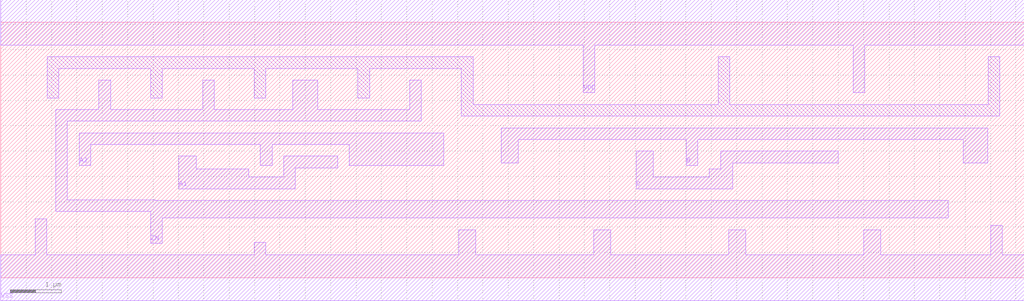
<source format=lef>
# Copyright 2022 GlobalFoundries PDK Authors
#
# Licensed under the Apache License, Version 2.0 (the "License");
# you may not use this file except in compliance with the License.
# You may obtain a copy of the License at
#
#      http://www.apache.org/licenses/LICENSE-2.0
#
# Unless required by applicable law or agreed to in writing, software
# distributed under the License is distributed on an "AS IS" BASIS,
# WITHOUT WARRANTIES OR CONDITIONS OF ANY KIND, either express or implied.
# See the License for the specific language governing permissions and
# limitations under the License.

MACRO gf180mcu_fd_sc_mcu9t5v0__aoi211_4
  CLASS core ;
  FOREIGN gf180mcu_fd_sc_mcu9t5v0__aoi211_4 0.0 0.0 ;
  ORIGIN 0 0 ;
  SYMMETRY X Y ;
  SITE GF018hv5v_green_sc9 ;
  SIZE 20.16 BY 5.04 ;
  PIN A1
    DIRECTION INPUT ;
    ANTENNAGATEAREA 6.504 ;
    PORT
      LAYER METAL1 ;
        POLYGON 3.51 1.755 5.805 1.755 5.805 2.17 6.64 2.17 6.64 2.4 5.575 2.4 5.575 1.985 4.89 1.985 4.89 2.15 3.85 2.15 3.85 2.4 3.51 2.4  ;
    END
  END A1
  PIN A2
    DIRECTION INPUT ;
    ANTENNAGATEAREA 6.504 ;
    PORT
      LAYER METAL1 ;
        POLYGON 1.545 2.215 1.775 2.215 1.775 2.63 5.115 2.63 5.115 2.215 5.345 2.215 5.345 2.63 6.87 2.63 6.87 2.215 8.725 2.215 8.725 2.86 1.545 2.86  ;
    END
  END A2
  PIN B
    DIRECTION INPUT ;
    ANTENNAGATEAREA 5.556 ;
    PORT
      LAYER METAL1 ;
        POLYGON 9.86 2.27 10.2 2.27 10.2 2.73 13.505 2.73 13.505 2.215 13.735 2.215 13.735 2.73 18.96 2.73 18.96 2.27 19.45 2.27 19.45 2.96 9.86 2.96  ;
    END
  END B
  PIN C
    DIRECTION INPUT ;
    ANTENNAGATEAREA 5.556 ;
    PORT
      LAYER METAL1 ;
        POLYGON 12.52 1.755 14.42 1.755 14.42 2.27 16.5 2.27 16.5 2.5 14.19 2.5 14.19 2.15 13.96 2.15 13.96 1.985 12.86 1.985 12.86 2.5 12.52 2.5  ;
    END
  END C
  PIN ZN
    DIRECTION OUTPUT ;
    ANTENNADIFFAREA 6.682 ;
    PORT
      LAYER METAL1 ;
        POLYGON 1.085 1.31 2.955 1.31 2.955 0.68 3.185 0.68 3.185 1.18 18.67 1.18 18.67 1.525 3.04 1.525 3.04 1.54 1.315 1.54 1.315 3.09 8.285 3.09 8.285 3.9 8.055 3.9 8.055 3.32 6.245 3.32 6.245 3.9 5.75 3.9 5.75 3.32 4.205 3.32 4.205 3.9 3.975 3.9 3.975 3.32 2.165 3.32 2.165 3.9 1.935 3.9 1.935 3.32 1.085 3.32  ;
    END
  END ZN
  PIN VDD
    DIRECTION INOUT ;
    USE power ;
    SHAPE ABUTMENT ;
    PORT
      LAYER METAL1 ;
        POLYGON 0 4.59 11.475 4.59 11.475 3.65 11.705 3.65 11.705 4.59 16.795 4.59 16.795 3.65 17.025 3.65 17.025 4.59 19.685 4.59 20.16 4.59 20.16 5.49 19.685 5.49 0 5.49  ;
    END
  END VDD
  PIN VSS
    DIRECTION INOUT ;
    USE ground ;
    SHAPE ABUTMENT ;
    PORT
      LAYER METAL1 ;
        POLYGON 0 -0.45 20.16 -0.45 20.16 0.45 19.735 0.45 19.735 1.035 19.505 1.035 19.505 0.45 17.34 0.45 17.34 0.95 17 0.95 17 0.45 14.68 0.45 14.68 0.95 14.34 0.95 14.34 0.45 12.02 0.45 12.02 0.95 11.68 0.95 11.68 0.45 9.36 0.45 9.36 0.95 9.02 0.95 9.02 0.45 5.225 0.45 5.225 0.695 4.995 0.695 4.995 0.45 0.905 0.45 0.905 1.165 0.675 1.165 0.675 0.45 0 0.45  ;
    END
  END VSS
  OBS
      LAYER METAL1 ;
        POLYGON 0.915 3.55 1.145 3.55 1.145 4.13 2.955 4.13 2.955 3.55 3.185 3.55 3.185 4.13 4.995 4.13 4.995 3.55 5.225 3.55 5.225 4.13 7.035 4.13 7.035 3.55 7.265 3.55 7.265 4.13 9.075 4.13 9.075 3.19 19.685 3.19 19.685 4.36 19.455 4.36 19.455 3.42 14.365 3.42 14.365 4.36 14.135 4.36 14.135 3.42 9.305 3.42 9.305 4.36 0.915 4.36  ;
  END
END gf180mcu_fd_sc_mcu9t5v0__aoi211_4

</source>
